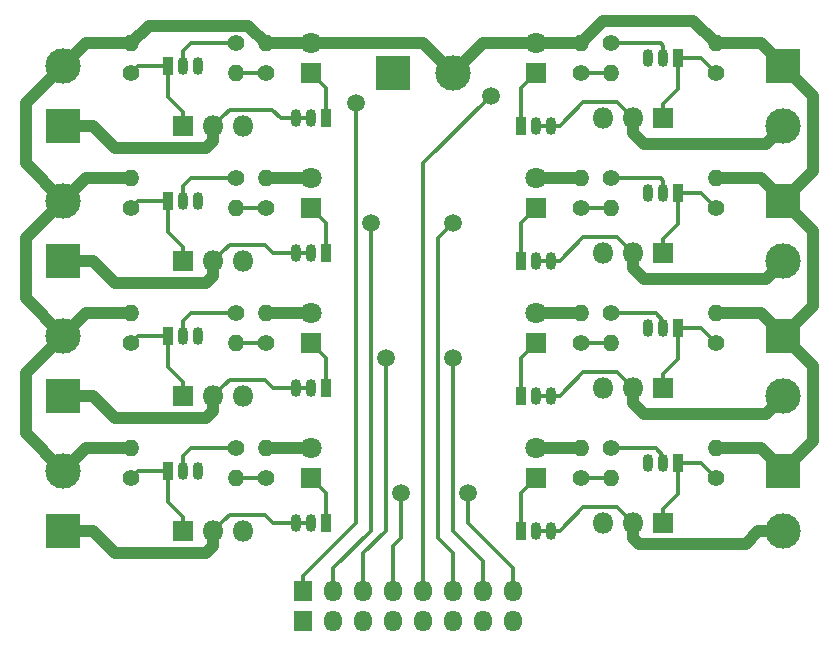
<source format=gbr>
G04 #@! TF.GenerationSoftware,KiCad,Pcbnew,(5.0.2)-1*
G04 #@! TF.CreationDate,2018-12-23T18:59:38+01:00*
G04 #@! TF.ProjectId,MultiSwitch_MosFet,4d756c74-6953-4776-9974-63685f4d6f73,0.1*
G04 #@! TF.SameCoordinates,Original*
G04 #@! TF.FileFunction,Copper,L1,Top*
G04 #@! TF.FilePolarity,Positive*
%FSLAX46Y46*%
G04 Gerber Fmt 4.6, Leading zero omitted, Abs format (unit mm)*
G04 Created by KiCad (PCBNEW (5.0.2)-1) date 23/12/2018 18:59:38*
%MOMM*%
%LPD*%
G01*
G04 APERTURE LIST*
G04 #@! TA.AperFunction,ComponentPad*
%ADD10O,1.800000X1.800000*%
G04 #@! TD*
G04 #@! TA.AperFunction,ComponentPad*
%ADD11R,1.800000X1.800000*%
G04 #@! TD*
G04 #@! TA.AperFunction,ComponentPad*
%ADD12O,0.900000X1.500000*%
G04 #@! TD*
G04 #@! TA.AperFunction,ComponentPad*
%ADD13R,0.900000X1.500000*%
G04 #@! TD*
G04 #@! TA.AperFunction,ComponentPad*
%ADD14R,3.000000X3.000000*%
G04 #@! TD*
G04 #@! TA.AperFunction,ComponentPad*
%ADD15C,3.000000*%
G04 #@! TD*
G04 #@! TA.AperFunction,ComponentPad*
%ADD16C,1.800000*%
G04 #@! TD*
G04 #@! TA.AperFunction,ComponentPad*
%ADD17R,1.500000X1.800000*%
G04 #@! TD*
G04 #@! TA.AperFunction,ComponentPad*
%ADD18O,1.500000X1.800000*%
G04 #@! TD*
G04 #@! TA.AperFunction,ComponentPad*
%ADD19O,1.400000X1.400000*%
G04 #@! TD*
G04 #@! TA.AperFunction,ComponentPad*
%ADD20C,1.400000*%
G04 #@! TD*
G04 #@! TA.AperFunction,ViaPad*
%ADD21C,1.500000*%
G04 #@! TD*
G04 #@! TA.AperFunction,Conductor*
%ADD22C,0.310000*%
G04 #@! TD*
G04 #@! TA.AperFunction,Conductor*
%ADD23C,1.000000*%
G04 #@! TD*
G04 APERTURE END LIST*
D10*
G04 #@! TO.P,Q2,3*
G04 #@! TO.N,GND*
X116840000Y-40640000D03*
G04 #@! TO.P,Q2,2*
G04 #@! TO.N,Net-(J1-Pad1)*
X114300000Y-40640000D03*
D11*
G04 #@! TO.P,Q2,1*
G04 #@! TO.N,Net-(Q1-Pad1)*
X111760000Y-40640000D03*
G04 #@! TD*
G04 #@! TO.P,Q14,1*
G04 #@! TO.N,Net-(Q13-Pad1)*
X152400000Y-40005000D03*
D10*
G04 #@! TO.P,Q14,2*
G04 #@! TO.N,Net-(J5-Pad2)*
X149860000Y-40005000D03*
G04 #@! TO.P,Q14,3*
G04 #@! TO.N,GND*
X147320000Y-40005000D03*
G04 #@! TD*
D12*
G04 #@! TO.P,Q1,2*
G04 #@! TO.N,Net-(Q1-Pad2)*
X111760000Y-35560000D03*
G04 #@! TO.P,Q1,3*
G04 #@! TO.N,GND*
X113030000Y-35560000D03*
D13*
G04 #@! TO.P,Q1,1*
G04 #@! TO.N,Net-(Q1-Pad1)*
X110490000Y-35560000D03*
G04 #@! TD*
D11*
G04 #@! TO.P,Q8,1*
G04 #@! TO.N,Net-(Q7-Pad1)*
X111760000Y-63500000D03*
D10*
G04 #@! TO.P,Q8,2*
G04 #@! TO.N,Net-(J3-Pad1)*
X114300000Y-63500000D03*
G04 #@! TO.P,Q8,3*
G04 #@! TO.N,GND*
X116840000Y-63500000D03*
G04 #@! TD*
D12*
G04 #@! TO.P,Q3,2*
G04 #@! TO.N,Net-(J1-Pad1)*
X122555000Y-40005000D03*
G04 #@! TO.P,Q3,3*
X121285000Y-40005000D03*
D13*
G04 #@! TO.P,Q3,1*
G04 #@! TO.N,Net-(D1-Pad1)*
X123825000Y-40005000D03*
G04 #@! TD*
D12*
G04 #@! TO.P,Q7,2*
G04 #@! TO.N,Net-(Q7-Pad2)*
X111760000Y-58420000D03*
G04 #@! TO.P,Q7,3*
G04 #@! TO.N,GND*
X113030000Y-58420000D03*
D13*
G04 #@! TO.P,Q7,1*
G04 #@! TO.N,Net-(Q7-Pad1)*
X110490000Y-58420000D03*
G04 #@! TD*
D12*
G04 #@! TO.P,Q9,2*
G04 #@! TO.N,Net-(J3-Pad1)*
X122555000Y-62865000D03*
G04 #@! TO.P,Q9,3*
X121285000Y-62865000D03*
D13*
G04 #@! TO.P,Q9,1*
G04 #@! TO.N,Net-(D3-Pad1)*
X123825000Y-62865000D03*
G04 #@! TD*
D12*
G04 #@! TO.P,Q13,2*
G04 #@! TO.N,Net-(Q13-Pad2)*
X152400000Y-34925000D03*
G04 #@! TO.P,Q13,3*
G04 #@! TO.N,GND*
X151130000Y-34925000D03*
D13*
G04 #@! TO.P,Q13,1*
G04 #@! TO.N,Net-(Q13-Pad1)*
X153670000Y-34925000D03*
G04 #@! TD*
G04 #@! TO.P,Q15,1*
G04 #@! TO.N,Net-(D5-Pad1)*
X140335000Y-40640000D03*
D12*
G04 #@! TO.P,Q15,3*
G04 #@! TO.N,Net-(J5-Pad2)*
X142875000Y-40640000D03*
G04 #@! TO.P,Q15,2*
X141605000Y-40640000D03*
G04 #@! TD*
D13*
G04 #@! TO.P,Q4,1*
G04 #@! TO.N,Net-(Q4-Pad1)*
X110490000Y-46990000D03*
D12*
G04 #@! TO.P,Q4,3*
G04 #@! TO.N,GND*
X113030000Y-46990000D03*
G04 #@! TO.P,Q4,2*
G04 #@! TO.N,Net-(Q4-Pad2)*
X111760000Y-46990000D03*
G04 #@! TD*
D10*
G04 #@! TO.P,Q5,3*
G04 #@! TO.N,GND*
X116840000Y-52070000D03*
G04 #@! TO.P,Q5,2*
G04 #@! TO.N,Net-(J2-Pad1)*
X114300000Y-52070000D03*
D11*
G04 #@! TO.P,Q5,1*
G04 #@! TO.N,Net-(Q4-Pad1)*
X111760000Y-52070000D03*
G04 #@! TD*
D12*
G04 #@! TO.P,Q6,2*
G04 #@! TO.N,Net-(J2-Pad1)*
X122555000Y-51435000D03*
G04 #@! TO.P,Q6,3*
X121285000Y-51435000D03*
D13*
G04 #@! TO.P,Q6,1*
G04 #@! TO.N,Net-(D2-Pad1)*
X123825000Y-51435000D03*
G04 #@! TD*
G04 #@! TO.P,Q10,1*
G04 #@! TO.N,Net-(Q10-Pad1)*
X110490000Y-69850000D03*
D12*
G04 #@! TO.P,Q10,3*
G04 #@! TO.N,GND*
X113030000Y-69850000D03*
G04 #@! TO.P,Q10,2*
G04 #@! TO.N,Net-(Q10-Pad2)*
X111760000Y-69850000D03*
G04 #@! TD*
D10*
G04 #@! TO.P,Q11,3*
G04 #@! TO.N,GND*
X116840000Y-74930000D03*
G04 #@! TO.P,Q11,2*
G04 #@! TO.N,Net-(J4-Pad1)*
X114300000Y-74930000D03*
D11*
G04 #@! TO.P,Q11,1*
G04 #@! TO.N,Net-(Q10-Pad1)*
X111760000Y-74930000D03*
G04 #@! TD*
D12*
G04 #@! TO.P,Q12,2*
G04 #@! TO.N,Net-(J4-Pad1)*
X122555000Y-74295000D03*
G04 #@! TO.P,Q12,3*
X121285000Y-74295000D03*
D13*
G04 #@! TO.P,Q12,1*
G04 #@! TO.N,Net-(D4-Pad1)*
X123825000Y-74295000D03*
G04 #@! TD*
D12*
G04 #@! TO.P,Q16,2*
G04 #@! TO.N,Net-(Q16-Pad2)*
X152400000Y-46355000D03*
G04 #@! TO.P,Q16,3*
G04 #@! TO.N,GND*
X151130000Y-46355000D03*
D13*
G04 #@! TO.P,Q16,1*
G04 #@! TO.N,Net-(Q16-Pad1)*
X153670000Y-46355000D03*
G04 #@! TD*
D11*
G04 #@! TO.P,Q17,1*
G04 #@! TO.N,Net-(Q16-Pad1)*
X152400000Y-51435000D03*
D10*
G04 #@! TO.P,Q17,2*
G04 #@! TO.N,Net-(J6-Pad2)*
X149860000Y-51435000D03*
G04 #@! TO.P,Q17,3*
G04 #@! TO.N,GND*
X147320000Y-51435000D03*
G04 #@! TD*
D13*
G04 #@! TO.P,Q18,1*
G04 #@! TO.N,Net-(D6-Pad1)*
X140335000Y-52070000D03*
D12*
G04 #@! TO.P,Q18,3*
G04 #@! TO.N,Net-(J6-Pad2)*
X142875000Y-52070000D03*
G04 #@! TO.P,Q18,2*
X141605000Y-52070000D03*
G04 #@! TD*
G04 #@! TO.P,Q19,2*
G04 #@! TO.N,Net-(Q19-Pad2)*
X152400000Y-57785000D03*
G04 #@! TO.P,Q19,3*
G04 #@! TO.N,GND*
X151130000Y-57785000D03*
D13*
G04 #@! TO.P,Q19,1*
G04 #@! TO.N,Net-(Q19-Pad1)*
X153670000Y-57785000D03*
G04 #@! TD*
D11*
G04 #@! TO.P,Q20,1*
G04 #@! TO.N,Net-(Q19-Pad1)*
X152400000Y-62865000D03*
D10*
G04 #@! TO.P,Q20,2*
G04 #@! TO.N,Net-(J7-Pad2)*
X149860000Y-62865000D03*
G04 #@! TO.P,Q20,3*
G04 #@! TO.N,GND*
X147320000Y-62865000D03*
G04 #@! TD*
D13*
G04 #@! TO.P,Q21,1*
G04 #@! TO.N,Net-(D7-Pad1)*
X140335000Y-63500000D03*
D12*
G04 #@! TO.P,Q21,3*
G04 #@! TO.N,Net-(J7-Pad2)*
X142875000Y-63500000D03*
G04 #@! TO.P,Q21,2*
X141605000Y-63500000D03*
G04 #@! TD*
G04 #@! TO.P,Q22,2*
G04 #@! TO.N,Net-(Q22-Pad2)*
X152400000Y-69215000D03*
G04 #@! TO.P,Q22,3*
G04 #@! TO.N,GND*
X151130000Y-69215000D03*
D13*
G04 #@! TO.P,Q22,1*
G04 #@! TO.N,Net-(Q22-Pad1)*
X153670000Y-69215000D03*
G04 #@! TD*
D11*
G04 #@! TO.P,Q23,1*
G04 #@! TO.N,Net-(Q22-Pad1)*
X152400000Y-74295000D03*
D10*
G04 #@! TO.P,Q23,2*
G04 #@! TO.N,Net-(J8-Pad2)*
X149860000Y-74295000D03*
G04 #@! TO.P,Q23,3*
G04 #@! TO.N,GND*
X147320000Y-74295000D03*
G04 #@! TD*
D13*
G04 #@! TO.P,Q24,1*
G04 #@! TO.N,Net-(D8-Pad1)*
X140335000Y-74930000D03*
D12*
G04 #@! TO.P,Q24,3*
G04 #@! TO.N,Net-(J8-Pad2)*
X142875000Y-74930000D03*
G04 #@! TO.P,Q24,2*
X141605000Y-74930000D03*
G04 #@! TD*
D14*
G04 #@! TO.P,J1,1*
G04 #@! TO.N,Net-(J1-Pad1)*
X101600000Y-40640000D03*
D15*
G04 #@! TO.P,J1,2*
G04 #@! TO.N,+VExt*
X101600000Y-35560000D03*
G04 #@! TD*
G04 #@! TO.P,J2,2*
G04 #@! TO.N,+VExt*
X101600000Y-46990000D03*
D14*
G04 #@! TO.P,J2,1*
G04 #@! TO.N,Net-(J2-Pad1)*
X101600000Y-52070000D03*
G04 #@! TD*
D15*
G04 #@! TO.P,J3,2*
G04 #@! TO.N,+VExt*
X101600000Y-58420000D03*
D14*
G04 #@! TO.P,J3,1*
G04 #@! TO.N,Net-(J3-Pad1)*
X101600000Y-63500000D03*
G04 #@! TD*
D15*
G04 #@! TO.P,J4,2*
G04 #@! TO.N,+VExt*
X101600000Y-69850000D03*
D14*
G04 #@! TO.P,J4,1*
G04 #@! TO.N,Net-(J4-Pad1)*
X101600000Y-74930000D03*
G04 #@! TD*
D15*
G04 #@! TO.P,J5,2*
G04 #@! TO.N,Net-(J5-Pad2)*
X162560000Y-40640000D03*
D14*
G04 #@! TO.P,J5,1*
G04 #@! TO.N,+VExt*
X162560000Y-35560000D03*
G04 #@! TD*
G04 #@! TO.P,J6,1*
G04 #@! TO.N,+VExt*
X162560000Y-46990000D03*
D15*
G04 #@! TO.P,J6,2*
G04 #@! TO.N,Net-(J6-Pad2)*
X162560000Y-52070000D03*
G04 #@! TD*
D14*
G04 #@! TO.P,J7,1*
G04 #@! TO.N,+VExt*
X162560000Y-58420000D03*
D15*
G04 #@! TO.P,J7,2*
G04 #@! TO.N,Net-(J7-Pad2)*
X162560000Y-63500000D03*
G04 #@! TD*
D14*
G04 #@! TO.P,J8,1*
G04 #@! TO.N,+VExt*
X162560000Y-69850000D03*
D15*
G04 #@! TO.P,J8,2*
G04 #@! TO.N,Net-(J8-Pad2)*
X162560000Y-74930000D03*
G04 #@! TD*
D14*
G04 #@! TO.P,J11,1*
G04 #@! TO.N,GND*
X129540000Y-36195000D03*
D15*
G04 #@! TO.P,J11,2*
G04 #@! TO.N,+VExt*
X134620000Y-36195000D03*
G04 #@! TD*
D16*
G04 #@! TO.P,D1,2*
G04 #@! TO.N,+VExt*
X122555000Y-33655000D03*
D11*
G04 #@! TO.P,D1,1*
G04 #@! TO.N,Net-(D1-Pad1)*
X122555000Y-36195000D03*
G04 #@! TD*
G04 #@! TO.P,D2,1*
G04 #@! TO.N,Net-(D2-Pad1)*
X122555000Y-47625000D03*
D16*
G04 #@! TO.P,D2,2*
G04 #@! TO.N,+VExt*
X122555000Y-45085000D03*
G04 #@! TD*
G04 #@! TO.P,D3,2*
G04 #@! TO.N,+VExt*
X122555000Y-56515000D03*
D11*
G04 #@! TO.P,D3,1*
G04 #@! TO.N,Net-(D3-Pad1)*
X122555000Y-59055000D03*
G04 #@! TD*
G04 #@! TO.P,D4,1*
G04 #@! TO.N,Net-(D4-Pad1)*
X122555000Y-70485000D03*
D16*
G04 #@! TO.P,D4,2*
G04 #@! TO.N,+VExt*
X122555000Y-67945000D03*
G04 #@! TD*
G04 #@! TO.P,D5,2*
G04 #@! TO.N,+VExt*
X141605000Y-33655000D03*
D11*
G04 #@! TO.P,D5,1*
G04 #@! TO.N,Net-(D5-Pad1)*
X141605000Y-36195000D03*
G04 #@! TD*
G04 #@! TO.P,D6,1*
G04 #@! TO.N,Net-(D6-Pad1)*
X141605000Y-47625000D03*
D16*
G04 #@! TO.P,D6,2*
G04 #@! TO.N,+VExt*
X141605000Y-45085000D03*
G04 #@! TD*
G04 #@! TO.P,D7,2*
G04 #@! TO.N,+VExt*
X141605000Y-56515000D03*
D11*
G04 #@! TO.P,D7,1*
G04 #@! TO.N,Net-(D7-Pad1)*
X141605000Y-59055000D03*
G04 #@! TD*
G04 #@! TO.P,D8,1*
G04 #@! TO.N,Net-(D8-Pad1)*
X141605000Y-70485000D03*
D16*
G04 #@! TO.P,D8,2*
G04 #@! TO.N,+VExt*
X141605000Y-67945000D03*
G04 #@! TD*
D17*
G04 #@! TO.P,J9,1*
G04 #@! TO.N,Net-(J9-Pad1)*
X121920000Y-80010000D03*
D18*
G04 #@! TO.P,J9,2*
G04 #@! TO.N,Net-(J9-Pad2)*
X124460000Y-80010000D03*
G04 #@! TO.P,J9,3*
G04 #@! TO.N,Net-(J9-Pad3)*
X127000000Y-80010000D03*
G04 #@! TO.P,J9,4*
G04 #@! TO.N,Net-(J9-Pad4)*
X129540000Y-80010000D03*
G04 #@! TO.P,J9,5*
G04 #@! TO.N,Net-(J9-Pad5)*
X132080000Y-80010000D03*
G04 #@! TO.P,J9,6*
G04 #@! TO.N,Net-(J9-Pad6)*
X134620000Y-80010000D03*
G04 #@! TO.P,J9,7*
G04 #@! TO.N,Net-(J9-Pad7)*
X137160000Y-80010000D03*
G04 #@! TO.P,J9,8*
G04 #@! TO.N,Net-(J9-Pad8)*
X139700000Y-80010000D03*
G04 #@! TD*
G04 #@! TO.P,J10,8*
G04 #@! TO.N,GND*
X139700000Y-82550000D03*
G04 #@! TO.P,J10,7*
X137160000Y-82550000D03*
G04 #@! TO.P,J10,6*
X134620000Y-82550000D03*
G04 #@! TO.P,J10,5*
X132080000Y-82550000D03*
G04 #@! TO.P,J10,4*
X129540000Y-82550000D03*
G04 #@! TO.P,J10,3*
X127000000Y-82550000D03*
G04 #@! TO.P,J10,2*
X124460000Y-82550000D03*
D17*
G04 #@! TO.P,J10,1*
X121920000Y-82550000D03*
G04 #@! TD*
D19*
G04 #@! TO.P,R1,2*
G04 #@! TO.N,+VExt*
X118745000Y-33655000D03*
D20*
G04 #@! TO.P,R1,1*
G04 #@! TO.N,Net-(J9-Pad1)*
X118745000Y-36195000D03*
G04 #@! TD*
G04 #@! TO.P,R2,1*
G04 #@! TO.N,Net-(Q1-Pad2)*
X116205000Y-33655000D03*
D19*
G04 #@! TO.P,R2,2*
G04 #@! TO.N,Net-(J9-Pad1)*
X116205000Y-36195000D03*
G04 #@! TD*
G04 #@! TO.P,R3,2*
G04 #@! TO.N,+VExt*
X107315000Y-33655000D03*
D20*
G04 #@! TO.P,R3,1*
G04 #@! TO.N,Net-(Q1-Pad1)*
X107315000Y-36195000D03*
G04 #@! TD*
G04 #@! TO.P,R4,1*
G04 #@! TO.N,Net-(J9-Pad2)*
X118745000Y-47625000D03*
D19*
G04 #@! TO.P,R4,2*
G04 #@! TO.N,+VExt*
X118745000Y-45085000D03*
G04 #@! TD*
D20*
G04 #@! TO.P,R5,1*
G04 #@! TO.N,Net-(Q4-Pad2)*
X116205000Y-45085000D03*
D19*
G04 #@! TO.P,R5,2*
G04 #@! TO.N,Net-(J9-Pad2)*
X116205000Y-47625000D03*
G04 #@! TD*
G04 #@! TO.P,R6,2*
G04 #@! TO.N,+VExt*
X107315000Y-45085000D03*
D20*
G04 #@! TO.P,R6,1*
G04 #@! TO.N,Net-(Q4-Pad1)*
X107315000Y-47625000D03*
G04 #@! TD*
G04 #@! TO.P,R7,1*
G04 #@! TO.N,Net-(J9-Pad3)*
X118745000Y-59055000D03*
D19*
G04 #@! TO.P,R7,2*
G04 #@! TO.N,+VExt*
X118745000Y-56515000D03*
G04 #@! TD*
D20*
G04 #@! TO.P,R8,1*
G04 #@! TO.N,Net-(Q7-Pad2)*
X116205000Y-56515000D03*
D19*
G04 #@! TO.P,R8,2*
G04 #@! TO.N,Net-(J9-Pad3)*
X116205000Y-59055000D03*
G04 #@! TD*
G04 #@! TO.P,R9,2*
G04 #@! TO.N,+VExt*
X107315000Y-56515000D03*
D20*
G04 #@! TO.P,R9,1*
G04 #@! TO.N,Net-(Q7-Pad1)*
X107315000Y-59055000D03*
G04 #@! TD*
D19*
G04 #@! TO.P,R11,2*
G04 #@! TO.N,Net-(J9-Pad4)*
X116205000Y-70485000D03*
D20*
G04 #@! TO.P,R11,1*
G04 #@! TO.N,Net-(Q10-Pad2)*
X116205000Y-67945000D03*
G04 #@! TD*
G04 #@! TO.P,R12,1*
G04 #@! TO.N,Net-(Q10-Pad1)*
X107315000Y-70485000D03*
D19*
G04 #@! TO.P,R12,2*
G04 #@! TO.N,+VExt*
X107315000Y-67945000D03*
G04 #@! TD*
G04 #@! TO.P,R13,2*
G04 #@! TO.N,+VExt*
X145415000Y-33655000D03*
D20*
G04 #@! TO.P,R13,1*
G04 #@! TO.N,Net-(J9-Pad5)*
X145415000Y-36195000D03*
G04 #@! TD*
G04 #@! TO.P,R14,1*
G04 #@! TO.N,Net-(Q13-Pad2)*
X147955000Y-33655000D03*
D19*
G04 #@! TO.P,R14,2*
G04 #@! TO.N,Net-(J9-Pad5)*
X147955000Y-36195000D03*
G04 #@! TD*
G04 #@! TO.P,R15,2*
G04 #@! TO.N,+VExt*
X156845000Y-33655000D03*
D20*
G04 #@! TO.P,R15,1*
G04 #@! TO.N,Net-(Q13-Pad1)*
X156845000Y-36195000D03*
G04 #@! TD*
D19*
G04 #@! TO.P,R16,2*
G04 #@! TO.N,+VExt*
X145415000Y-45085000D03*
D20*
G04 #@! TO.P,R16,1*
G04 #@! TO.N,Net-(J9-Pad6)*
X145415000Y-47625000D03*
G04 #@! TD*
G04 #@! TO.P,R17,1*
G04 #@! TO.N,Net-(Q16-Pad2)*
X147955000Y-45085000D03*
D19*
G04 #@! TO.P,R17,2*
G04 #@! TO.N,Net-(J9-Pad6)*
X147955000Y-47625000D03*
G04 #@! TD*
G04 #@! TO.P,R18,2*
G04 #@! TO.N,+VExt*
X156845000Y-45085000D03*
D20*
G04 #@! TO.P,R18,1*
G04 #@! TO.N,Net-(Q16-Pad1)*
X156845000Y-47625000D03*
G04 #@! TD*
G04 #@! TO.P,R19,1*
G04 #@! TO.N,Net-(J9-Pad7)*
X145415000Y-59055000D03*
D19*
G04 #@! TO.P,R19,2*
G04 #@! TO.N,+VExt*
X145415000Y-56515000D03*
G04 #@! TD*
G04 #@! TO.P,R20,2*
G04 #@! TO.N,Net-(J9-Pad7)*
X147955000Y-59055000D03*
D20*
G04 #@! TO.P,R20,1*
G04 #@! TO.N,Net-(Q19-Pad2)*
X147955000Y-56515000D03*
G04 #@! TD*
D19*
G04 #@! TO.P,R21,2*
G04 #@! TO.N,+VExt*
X156845000Y-56515000D03*
D20*
G04 #@! TO.P,R21,1*
G04 #@! TO.N,Net-(Q19-Pad1)*
X156845000Y-59055000D03*
G04 #@! TD*
G04 #@! TO.P,R22,1*
G04 #@! TO.N,Net-(J9-Pad8)*
X145415000Y-70485000D03*
D19*
G04 #@! TO.P,R22,2*
G04 #@! TO.N,+VExt*
X145415000Y-67945000D03*
G04 #@! TD*
D20*
G04 #@! TO.P,R23,1*
G04 #@! TO.N,Net-(Q22-Pad2)*
X147955000Y-67945000D03*
D19*
G04 #@! TO.P,R23,2*
G04 #@! TO.N,Net-(J9-Pad8)*
X147955000Y-70485000D03*
G04 #@! TD*
D20*
G04 #@! TO.P,R24,1*
G04 #@! TO.N,Net-(Q22-Pad1)*
X156845000Y-70485000D03*
D19*
G04 #@! TO.P,R24,2*
G04 #@! TO.N,+VExt*
X156845000Y-67945000D03*
G04 #@! TD*
D20*
G04 #@! TO.P,R10,1*
G04 #@! TO.N,Net-(J9-Pad4)*
X118745000Y-70485000D03*
D19*
G04 #@! TO.P,R10,2*
G04 #@! TO.N,+VExt*
X118745000Y-67945000D03*
G04 #@! TD*
D21*
G04 #@! TO.N,Net-(J9-Pad1)*
X126365000Y-38735000D03*
G04 #@! TO.N,Net-(J9-Pad2)*
X127635000Y-48895000D03*
G04 #@! TO.N,Net-(J9-Pad3)*
X128905000Y-60325000D03*
G04 #@! TO.N,Net-(J9-Pad4)*
X130175000Y-71755000D03*
G04 #@! TO.N,Net-(J9-Pad5)*
X137795000Y-38100000D03*
G04 #@! TO.N,Net-(J9-Pad6)*
X134620000Y-48895000D03*
G04 #@! TO.N,Net-(J9-Pad7)*
X134620000Y-60325000D03*
G04 #@! TO.N,Net-(J9-Pad8)*
X135890000Y-71755000D03*
G04 #@! TD*
D22*
G04 #@! TO.N,Net-(Q1-Pad1)*
X110490000Y-36620000D02*
X110490000Y-35560000D01*
X110490000Y-38160000D02*
X110490000Y-36620000D01*
X111760000Y-39430000D02*
X110490000Y-38160000D01*
X111760000Y-40640000D02*
X111760000Y-39430000D01*
X107950000Y-35560000D02*
X107315000Y-36195000D01*
X110490000Y-35560000D02*
X107950000Y-35560000D01*
G04 #@! TO.N,Net-(Q7-Pad1)*
X110490000Y-59480000D02*
X110490000Y-58420000D01*
X110490000Y-61020000D02*
X110490000Y-59480000D01*
X111760000Y-62290000D02*
X110490000Y-61020000D01*
X111760000Y-63500000D02*
X111760000Y-62290000D01*
X107950000Y-58420000D02*
X107315000Y-59055000D01*
X110490000Y-58420000D02*
X107950000Y-58420000D01*
G04 #@! TO.N,Net-(Q10-Pad1)*
X107950000Y-69850000D02*
X107315000Y-70485000D01*
X110490000Y-69850000D02*
X107950000Y-69850000D01*
X110490000Y-70910000D02*
X110490000Y-69850000D01*
X110490000Y-72450000D02*
X110490000Y-70910000D01*
X111760000Y-73720000D02*
X110490000Y-72450000D01*
X111760000Y-74930000D02*
X111760000Y-73720000D01*
G04 #@! TO.N,Net-(Q13-Pad1)*
X155575000Y-34925000D02*
X153670000Y-34925000D01*
X156845000Y-36195000D02*
X155575000Y-34925000D01*
X153670000Y-35985000D02*
X153670000Y-34925000D01*
X153670000Y-37525000D02*
X153670000Y-35985000D01*
X152400000Y-38795000D02*
X153670000Y-37525000D01*
X152400000Y-40005000D02*
X152400000Y-38795000D01*
G04 #@! TO.N,Net-(Q1-Pad2)*
X116205000Y-33655000D02*
X112395000Y-33655000D01*
X111760000Y-34290000D02*
X111760000Y-35560000D01*
X112395000Y-33655000D02*
X111760000Y-34290000D01*
G04 #@! TO.N,Net-(Q7-Pad2)*
X116205000Y-56515000D02*
X112395000Y-56515000D01*
X111760000Y-57150000D02*
X111760000Y-58420000D01*
X112395000Y-56515000D02*
X111760000Y-57150000D01*
G04 #@! TO.N,Net-(Q13-Pad2)*
X152400000Y-33865000D02*
X152400000Y-34925000D01*
X152190000Y-33655000D02*
X152400000Y-33865000D01*
X147955000Y-33655000D02*
X152190000Y-33655000D01*
D23*
G04 #@! TO.N,+VExt*
X101600000Y-35560000D02*
X103505000Y-33655000D01*
X103505000Y-33655000D02*
X107315000Y-33655000D01*
X103505000Y-45085000D02*
X107315000Y-45085000D01*
X101600000Y-46990000D02*
X103505000Y-45085000D01*
X103505000Y-56515000D02*
X107315000Y-56515000D01*
X101600000Y-58420000D02*
X103505000Y-56515000D01*
X103505000Y-67945000D02*
X107315000Y-67945000D01*
X101600000Y-69850000D02*
X103505000Y-67945000D01*
X118745000Y-67945000D02*
X122555000Y-67945000D01*
X122555000Y-56515000D02*
X118745000Y-56515000D01*
X122555000Y-33655000D02*
X118745000Y-33655000D01*
X98425000Y-43815000D02*
X101600000Y-46990000D01*
X101600000Y-58420000D02*
X98425000Y-61595000D01*
X98425000Y-66675000D02*
X101600000Y-69850000D01*
X98425000Y-61595000D02*
X98425000Y-66675000D01*
X98425000Y-50165000D02*
X101600000Y-46990000D01*
X98425000Y-55245000D02*
X98425000Y-50165000D01*
X101600000Y-58420000D02*
X98425000Y-55245000D01*
X98425000Y-38735000D02*
X101600000Y-35560000D01*
X98425000Y-38735000D02*
X98425000Y-43815000D01*
X117234999Y-32144999D02*
X118745000Y-33655000D01*
X107315000Y-33655000D02*
X108825001Y-32144999D01*
X108825001Y-32144999D02*
X117234999Y-32144999D01*
X145415000Y-33655000D02*
X141605000Y-33655000D01*
X160655000Y-33655000D02*
X162560000Y-35560000D01*
X156845000Y-33655000D02*
X160655000Y-33655000D01*
X156845000Y-33655000D02*
X154940000Y-31750000D01*
X147320000Y-31750000D02*
X145415000Y-33655000D01*
X154940000Y-31750000D02*
X147320000Y-31750000D01*
X160655000Y-45085000D02*
X162560000Y-46990000D01*
X156845000Y-45085000D02*
X160655000Y-45085000D01*
X160655000Y-56515000D02*
X162560000Y-58420000D01*
X156845000Y-56515000D02*
X160655000Y-56515000D01*
X160655000Y-67945000D02*
X162560000Y-69850000D01*
X156845000Y-67945000D02*
X160655000Y-67945000D01*
X137160000Y-33655000D02*
X134620000Y-36195000D01*
X141605000Y-33655000D02*
X137160000Y-33655000D01*
X132080000Y-33655000D02*
X134620000Y-36195000D01*
X122555000Y-33655000D02*
X132080000Y-33655000D01*
X165100000Y-67310000D02*
X162560000Y-69850000D01*
X162560000Y-58420000D02*
X165100000Y-60960000D01*
X165100000Y-60960000D02*
X165100000Y-67310000D01*
X165100000Y-55880000D02*
X162560000Y-58420000D01*
X162560000Y-46990000D02*
X165100000Y-49530000D01*
X165100000Y-49530000D02*
X165100000Y-55880000D01*
X165100000Y-38100000D02*
X162560000Y-35560000D01*
X162560000Y-46990000D02*
X165100000Y-44450000D01*
X165100000Y-44450000D02*
X165100000Y-38100000D01*
X118745000Y-45085000D02*
X122555000Y-45085000D01*
X145415000Y-56515000D02*
X141605000Y-56515000D01*
X145415000Y-67945000D02*
X141605000Y-67945000D01*
X145415000Y-45085000D02*
X141605000Y-45085000D01*
D22*
G04 #@! TO.N,Net-(D1-Pad1)*
X123825000Y-40005000D02*
X123825000Y-37465000D01*
X123825000Y-37465000D02*
X122555000Y-36195000D01*
G04 #@! TO.N,Net-(D2-Pad1)*
X123825000Y-51435000D02*
X123825000Y-48895000D01*
X123825000Y-48895000D02*
X122555000Y-47625000D01*
G04 #@! TO.N,Net-(D3-Pad1)*
X123825000Y-62865000D02*
X123825000Y-60325000D01*
X123825000Y-60325000D02*
X122555000Y-59055000D01*
G04 #@! TO.N,Net-(D4-Pad1)*
X123825000Y-74295000D02*
X123825000Y-71755000D01*
X123825000Y-71755000D02*
X122555000Y-70485000D01*
G04 #@! TO.N,Net-(D5-Pad1)*
X140335000Y-40640000D02*
X140335000Y-37465000D01*
X140335000Y-37465000D02*
X141605000Y-36195000D01*
G04 #@! TO.N,Net-(D6-Pad1)*
X140335000Y-52070000D02*
X140335000Y-48895000D01*
X140335000Y-48895000D02*
X141605000Y-47625000D01*
G04 #@! TO.N,Net-(D7-Pad1)*
X140335000Y-63500000D02*
X140335000Y-60325000D01*
X140335000Y-60325000D02*
X141605000Y-59055000D01*
G04 #@! TO.N,Net-(D8-Pad1)*
X140335000Y-74930000D02*
X140335000Y-71755000D01*
X140335000Y-71755000D02*
X141605000Y-70485000D01*
G04 #@! TO.N,Net-(J1-Pad1)*
X122555000Y-40005000D02*
X121285000Y-40005000D01*
X121285000Y-40005000D02*
X120015000Y-40005000D01*
X115199999Y-39740001D02*
X114300000Y-40640000D01*
X115665001Y-39274999D02*
X115199999Y-39740001D01*
X119284999Y-39274999D02*
X115665001Y-39274999D01*
X120015000Y-40005000D02*
X119284999Y-39274999D01*
D23*
X104100000Y-40640000D02*
X106005000Y-42545000D01*
X101600000Y-40640000D02*
X104100000Y-40640000D01*
X114300000Y-41912792D02*
X114300000Y-40640000D01*
X113667792Y-42545000D02*
X114300000Y-41912792D01*
X106005000Y-42545000D02*
X113667792Y-42545000D01*
D22*
G04 #@! TO.N,Net-(Q4-Pad1)*
X110490000Y-48050000D02*
X110490000Y-46990000D01*
X110490000Y-49590000D02*
X110490000Y-48050000D01*
X111760000Y-50860000D02*
X110490000Y-49590000D01*
X111760000Y-52070000D02*
X111760000Y-50860000D01*
X107950000Y-46990000D02*
X107315000Y-47625000D01*
X110490000Y-46990000D02*
X107950000Y-46990000D01*
G04 #@! TO.N,Net-(Q4-Pad2)*
X116205000Y-45085000D02*
X112395000Y-45085000D01*
X111760000Y-45720000D02*
X111760000Y-46990000D01*
X112395000Y-45085000D02*
X111760000Y-45720000D01*
G04 #@! TO.N,Net-(J2-Pad1)*
X122555000Y-51435000D02*
X121285000Y-51435000D01*
X115199999Y-51170001D02*
X114300000Y-52070000D01*
X115665001Y-50704999D02*
X115199999Y-51170001D01*
X118649999Y-50704999D02*
X115665001Y-50704999D01*
X119380000Y-51435000D02*
X118649999Y-50704999D01*
X121285000Y-51435000D02*
X119380000Y-51435000D01*
D23*
X104100000Y-52070000D02*
X106005000Y-53975000D01*
X101600000Y-52070000D02*
X104100000Y-52070000D01*
X114300000Y-53342792D02*
X114300000Y-52070000D01*
X113667792Y-53975000D02*
X114300000Y-53342792D01*
X106005000Y-53975000D02*
X113667792Y-53975000D01*
D22*
G04 #@! TO.N,Net-(J3-Pad1)*
X122555000Y-62865000D02*
X121285000Y-62865000D01*
X121285000Y-62865000D02*
X119380000Y-62865000D01*
X115199999Y-62600001D02*
X114300000Y-63500000D01*
X115665001Y-62134999D02*
X115199999Y-62600001D01*
X118649999Y-62134999D02*
X115665001Y-62134999D01*
X119380000Y-62865000D02*
X118649999Y-62134999D01*
D23*
X104100000Y-63500000D02*
X106005000Y-65405000D01*
X101600000Y-63500000D02*
X104100000Y-63500000D01*
X114300000Y-64772792D02*
X114300000Y-63500000D01*
X113667792Y-65405000D02*
X114300000Y-64772792D01*
X106005000Y-65405000D02*
X113667792Y-65405000D01*
D22*
G04 #@! TO.N,Net-(Q10-Pad2)*
X116205000Y-67945000D02*
X112395000Y-67945000D01*
X111760000Y-68580000D02*
X111760000Y-69850000D01*
X112395000Y-67945000D02*
X111760000Y-68580000D01*
G04 #@! TO.N,Net-(J4-Pad1)*
X122555000Y-74295000D02*
X121285000Y-74295000D01*
X121285000Y-74295000D02*
X119380000Y-74295000D01*
X115665001Y-73564999D02*
X115199999Y-74030001D01*
X118649999Y-73564999D02*
X115665001Y-73564999D01*
X115199999Y-74030001D02*
X114300000Y-74930000D01*
X119380000Y-74295000D02*
X118649999Y-73564999D01*
D23*
X104100000Y-74930000D02*
X106005000Y-76835000D01*
X101600000Y-74930000D02*
X104100000Y-74930000D01*
X114300000Y-76202792D02*
X114300000Y-74930000D01*
X113667792Y-76835000D02*
X114300000Y-76202792D01*
X106005000Y-76835000D02*
X113667792Y-76835000D01*
D22*
G04 #@! TO.N,Net-(Q16-Pad2)*
X152400000Y-45295000D02*
X152400000Y-46355000D01*
X152190000Y-45085000D02*
X152400000Y-45295000D01*
X147955000Y-45085000D02*
X152190000Y-45085000D01*
G04 #@! TO.N,Net-(Q16-Pad1)*
X155575000Y-46355000D02*
X156845000Y-47625000D01*
X153670000Y-46355000D02*
X155575000Y-46355000D01*
X153670000Y-47415000D02*
X153670000Y-46355000D01*
X153670000Y-48955000D02*
X153670000Y-47415000D01*
X152400000Y-50225000D02*
X153670000Y-48955000D01*
X152400000Y-51435000D02*
X152400000Y-50225000D01*
G04 #@! TO.N,Net-(Q19-Pad2)*
X147955000Y-56515000D02*
X151765000Y-56515000D01*
X151765000Y-56515000D02*
X152400000Y-57150000D01*
X152400000Y-57150000D02*
X152400000Y-57785000D01*
G04 #@! TO.N,Net-(Q19-Pad1)*
X153670000Y-58845000D02*
X153670000Y-57785000D01*
X153670000Y-60385000D02*
X153670000Y-58845000D01*
X152400000Y-61655000D02*
X153670000Y-60385000D01*
X152400000Y-62865000D02*
X152400000Y-61655000D01*
X155575000Y-57785000D02*
X156845000Y-59055000D01*
X153670000Y-57785000D02*
X155575000Y-57785000D01*
G04 #@! TO.N,Net-(Q22-Pad2)*
X147955000Y-67945000D02*
X151765000Y-67945000D01*
X151765000Y-67945000D02*
X152400000Y-68580000D01*
X152400000Y-68580000D02*
X152400000Y-69215000D01*
G04 #@! TO.N,Net-(Q22-Pad1)*
X153670000Y-71815000D02*
X153670000Y-70275000D01*
X153670000Y-70275000D02*
X153670000Y-69215000D01*
X152400000Y-73085000D02*
X153670000Y-71815000D01*
X152400000Y-74295000D02*
X152400000Y-73085000D01*
X155575000Y-69215000D02*
X156845000Y-70485000D01*
X153670000Y-69215000D02*
X155575000Y-69215000D01*
G04 #@! TO.N,Net-(J9-Pad1)*
X116205000Y-36195000D02*
X118745000Y-36195000D01*
X121920000Y-78740000D02*
X126365000Y-74295000D01*
X121920000Y-80010000D02*
X121920000Y-78740000D01*
X126365000Y-74295000D02*
X126365000Y-38735000D01*
G04 #@! TO.N,Net-(J9-Pad2)*
X118745000Y-47625000D02*
X116205000Y-47625000D01*
X124460000Y-78105000D02*
X127635000Y-74930000D01*
X124460000Y-80010000D02*
X124460000Y-78105000D01*
X127635000Y-48895000D02*
X127635000Y-74930000D01*
G04 #@! TO.N,Net-(J9-Pad3)*
X118745000Y-59055000D02*
X116205000Y-59055000D01*
X128905000Y-74930000D02*
X128905000Y-60325000D01*
X127000000Y-76835000D02*
X128905000Y-74930000D01*
X127000000Y-80010000D02*
X127000000Y-76835000D01*
G04 #@! TO.N,Net-(J9-Pad4)*
X116205000Y-70485000D02*
X118745000Y-70485000D01*
X130175000Y-75565000D02*
X130175000Y-71755000D01*
X129540000Y-76200000D02*
X130175000Y-75565000D01*
X129540000Y-80010000D02*
X129540000Y-76200000D01*
G04 #@! TO.N,Net-(J9-Pad5)*
X147955000Y-36195000D02*
X145415000Y-36195000D01*
X132080000Y-69215000D02*
X132080000Y-43815000D01*
X132080000Y-43815000D02*
X137795000Y-38100000D01*
X132080000Y-77470000D02*
X132080000Y-80010000D01*
X132080000Y-77470000D02*
X132080000Y-69215000D01*
G04 #@! TO.N,Net-(J9-Pad6)*
X147955000Y-47625000D02*
X145415000Y-47625000D01*
X133350000Y-50165000D02*
X134620000Y-48895000D01*
X134620000Y-76835000D02*
X133350000Y-75565000D01*
X134620000Y-80010000D02*
X134620000Y-76835000D01*
X133350000Y-75565000D02*
X133350000Y-50165000D01*
G04 #@! TO.N,Net-(J9-Pad7)*
X147955000Y-59055000D02*
X145415000Y-59055000D01*
X137160000Y-77470000D02*
X134620000Y-74930000D01*
X137160000Y-80010000D02*
X137160000Y-77470000D01*
X134620000Y-74930000D02*
X134620000Y-60325000D01*
G04 #@! TO.N,Net-(J9-Pad8)*
X147955000Y-70485000D02*
X145415000Y-70485000D01*
X139700000Y-78105000D02*
X135890000Y-74295000D01*
X139700000Y-80010000D02*
X139700000Y-78105000D01*
X135890000Y-74295000D02*
X135890000Y-71755000D01*
D23*
G04 #@! TO.N,Net-(J5-Pad2)*
X150722207Y-42139999D02*
X149860000Y-41277792D01*
X161060001Y-42139999D02*
X150722207Y-42139999D01*
X149860000Y-41277792D02*
X149860000Y-40005000D01*
X162560000Y-40640000D02*
X161060001Y-42139999D01*
D22*
X141605000Y-40640000D02*
X142875000Y-40640000D01*
X148960001Y-39105001D02*
X149860000Y-40005000D01*
X145635001Y-38639999D02*
X148494999Y-38639999D01*
X148494999Y-38639999D02*
X148960001Y-39105001D01*
X143635000Y-40640000D02*
X145635001Y-38639999D01*
X142875000Y-40640000D02*
X143635000Y-40640000D01*
D23*
G04 #@! TO.N,Net-(J6-Pad2)*
X149860000Y-52707792D02*
X149860000Y-51435000D01*
X150722207Y-53569999D02*
X149860000Y-52707792D01*
X161060001Y-53569999D02*
X150722207Y-53569999D01*
X162560000Y-52070000D02*
X161060001Y-53569999D01*
D22*
X141605000Y-52070000D02*
X142875000Y-52070000D01*
X143635000Y-52070000D02*
X142875000Y-52070000D01*
X145635001Y-50069999D02*
X143635000Y-52070000D01*
X148494999Y-50069999D02*
X145635001Y-50069999D01*
X149860000Y-51435000D02*
X148494999Y-50069999D01*
D23*
G04 #@! TO.N,Net-(J7-Pad2)*
X149860000Y-64137792D02*
X149860000Y-62865000D01*
X150722207Y-64999999D02*
X149860000Y-64137792D01*
X161060001Y-64999999D02*
X150722207Y-64999999D01*
X162560000Y-63500000D02*
X161060001Y-64999999D01*
D22*
X143635000Y-63500000D02*
X142875000Y-63500000D01*
X145635001Y-61499999D02*
X143635000Y-63500000D01*
X148494999Y-61499999D02*
X145635001Y-61499999D01*
X149860000Y-62865000D02*
X148494999Y-61499999D01*
X142875000Y-63500000D02*
X141605000Y-63500000D01*
D23*
G04 #@! TO.N,Net-(J8-Pad2)*
X149860000Y-75567792D02*
X149860000Y-74295000D01*
X159363679Y-76005001D02*
X150297209Y-76005001D01*
X160438680Y-74930000D02*
X159363679Y-76005001D01*
X150297209Y-76005001D02*
X149860000Y-75567792D01*
X162560000Y-74930000D02*
X160438680Y-74930000D01*
D22*
X143635000Y-74930000D02*
X142875000Y-74930000D01*
X145635001Y-72929999D02*
X143635000Y-74930000D01*
X148494999Y-72929999D02*
X145635001Y-72929999D01*
X149860000Y-74295000D02*
X148494999Y-72929999D01*
X142875000Y-74930000D02*
X141605000Y-74930000D01*
G04 #@! TD*
M02*

</source>
